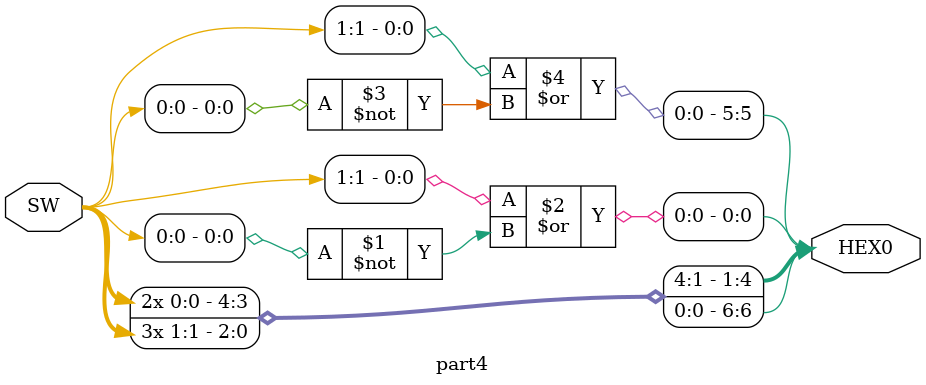
<source format=v>
module part4 (SW, HEX0);
	input [9:0] SW;
	output [0:6] HEX0;
	
	assign HEX0[0] = SW[1] | (~SW[0]);
	assign HEX0[1] = SW[0];
	assign HEX0[2] = SW[0];
	assign HEX0[3] = SW[1];
	assign HEX0[4] = SW[1];
	assign HEX0[5] = SW[1] | (~SW[0]);
	assign HEX0[6] = SW[1];
	
endmodule

</source>
